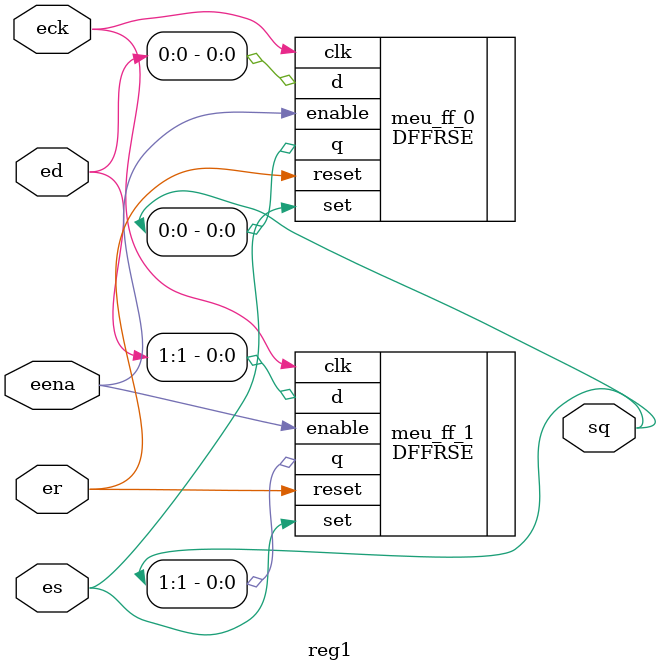
<source format=v>
module reg1 (
input	[1:0] ed,
input	eck,
input	er,
input	es,
input   eena,
output  [1:0] sq);


    DFFRSE meu_ff_0		(	.q(sq[0]), 
							.d(ed[0]), 
							.clk(eck), 
							.reset(er), 
							.set(es), 
							.enable(eena));
    
    DFFRSE meu_ff_1		(	.q(sq[1]), 
							.d(ed[1]), 
							.clk(eck), 
							.reset(er), 
							.set(es), 
							.enable(eena));
	
				

endmodule


</source>
